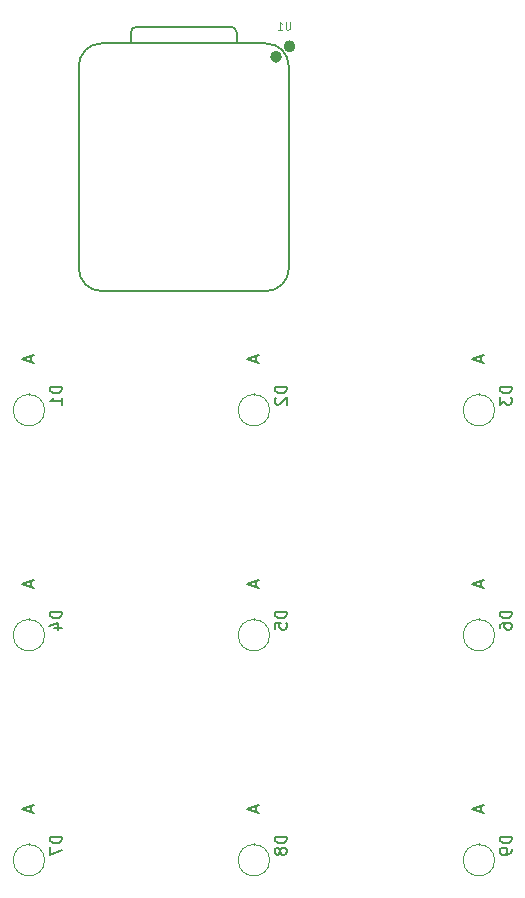
<source format=gbr>
%TF.GenerationSoftware,KiCad,Pcbnew,9.0.2*%
%TF.CreationDate,2025-06-03T16:25:14-04:00*%
%TF.ProjectId,HackpadAllan,4861636b-7061-4644-916c-6c616e2e6b69,rev?*%
%TF.SameCoordinates,Original*%
%TF.FileFunction,Legend,Bot*%
%TF.FilePolarity,Positive*%
%FSLAX46Y46*%
G04 Gerber Fmt 4.6, Leading zero omitted, Abs format (unit mm)*
G04 Created by KiCad (PCBNEW 9.0.2) date 2025-06-03 16:25:14*
%MOMM*%
%LPD*%
G01*
G04 APERTURE LIST*
%ADD10C,0.150000*%
%ADD11C,0.101600*%
%ADD12C,0.120000*%
%ADD13C,0.127000*%
%ADD14C,0.100000*%
%ADD15C,0.504000*%
G04 APERTURE END LIST*
D10*
X143256190Y-124091905D02*
X142256190Y-124091905D01*
X142256190Y-124091905D02*
X142256190Y-124330000D01*
X142256190Y-124330000D02*
X142303809Y-124472857D01*
X142303809Y-124472857D02*
X142399047Y-124568095D01*
X142399047Y-124568095D02*
X142494285Y-124615714D01*
X142494285Y-124615714D02*
X142684761Y-124663333D01*
X142684761Y-124663333D02*
X142827618Y-124663333D01*
X142827618Y-124663333D02*
X143018094Y-124615714D01*
X143018094Y-124615714D02*
X143113332Y-124568095D01*
X143113332Y-124568095D02*
X143208571Y-124472857D01*
X143208571Y-124472857D02*
X143256190Y-124330000D01*
X143256190Y-124330000D02*
X143256190Y-124091905D01*
X142256190Y-124996667D02*
X142256190Y-125663333D01*
X142256190Y-125663333D02*
X143256190Y-125234762D01*
X140644104Y-121521905D02*
X140644104Y-121998095D01*
X140929819Y-121426667D02*
X139929819Y-121760000D01*
X139929819Y-121760000D02*
X140929819Y-122093333D01*
X181356190Y-85991905D02*
X180356190Y-85991905D01*
X180356190Y-85991905D02*
X180356190Y-86230000D01*
X180356190Y-86230000D02*
X180403809Y-86372857D01*
X180403809Y-86372857D02*
X180499047Y-86468095D01*
X180499047Y-86468095D02*
X180594285Y-86515714D01*
X180594285Y-86515714D02*
X180784761Y-86563333D01*
X180784761Y-86563333D02*
X180927618Y-86563333D01*
X180927618Y-86563333D02*
X181118094Y-86515714D01*
X181118094Y-86515714D02*
X181213332Y-86468095D01*
X181213332Y-86468095D02*
X181308571Y-86372857D01*
X181308571Y-86372857D02*
X181356190Y-86230000D01*
X181356190Y-86230000D02*
X181356190Y-85991905D01*
X180356190Y-86896667D02*
X180356190Y-87515714D01*
X180356190Y-87515714D02*
X180737142Y-87182381D01*
X180737142Y-87182381D02*
X180737142Y-87325238D01*
X180737142Y-87325238D02*
X180784761Y-87420476D01*
X180784761Y-87420476D02*
X180832380Y-87468095D01*
X180832380Y-87468095D02*
X180927618Y-87515714D01*
X180927618Y-87515714D02*
X181165713Y-87515714D01*
X181165713Y-87515714D02*
X181260951Y-87468095D01*
X181260951Y-87468095D02*
X181308571Y-87420476D01*
X181308571Y-87420476D02*
X181356190Y-87325238D01*
X181356190Y-87325238D02*
X181356190Y-87039524D01*
X181356190Y-87039524D02*
X181308571Y-86944286D01*
X181308571Y-86944286D02*
X181260951Y-86896667D01*
X178744104Y-83421905D02*
X178744104Y-83898095D01*
X179029819Y-83326667D02*
X178029819Y-83660000D01*
X178029819Y-83660000D02*
X179029819Y-83993333D01*
X143256190Y-105041905D02*
X142256190Y-105041905D01*
X142256190Y-105041905D02*
X142256190Y-105280000D01*
X142256190Y-105280000D02*
X142303809Y-105422857D01*
X142303809Y-105422857D02*
X142399047Y-105518095D01*
X142399047Y-105518095D02*
X142494285Y-105565714D01*
X142494285Y-105565714D02*
X142684761Y-105613333D01*
X142684761Y-105613333D02*
X142827618Y-105613333D01*
X142827618Y-105613333D02*
X143018094Y-105565714D01*
X143018094Y-105565714D02*
X143113332Y-105518095D01*
X143113332Y-105518095D02*
X143208571Y-105422857D01*
X143208571Y-105422857D02*
X143256190Y-105280000D01*
X143256190Y-105280000D02*
X143256190Y-105041905D01*
X142589523Y-106470476D02*
X143256190Y-106470476D01*
X142208571Y-106232381D02*
X142922856Y-105994286D01*
X142922856Y-105994286D02*
X142922856Y-106613333D01*
X140644104Y-102471905D02*
X140644104Y-102948095D01*
X140929819Y-102376667D02*
X139929819Y-102710000D01*
X139929819Y-102710000D02*
X140929819Y-103043333D01*
X162306190Y-105041905D02*
X161306190Y-105041905D01*
X161306190Y-105041905D02*
X161306190Y-105280000D01*
X161306190Y-105280000D02*
X161353809Y-105422857D01*
X161353809Y-105422857D02*
X161449047Y-105518095D01*
X161449047Y-105518095D02*
X161544285Y-105565714D01*
X161544285Y-105565714D02*
X161734761Y-105613333D01*
X161734761Y-105613333D02*
X161877618Y-105613333D01*
X161877618Y-105613333D02*
X162068094Y-105565714D01*
X162068094Y-105565714D02*
X162163332Y-105518095D01*
X162163332Y-105518095D02*
X162258571Y-105422857D01*
X162258571Y-105422857D02*
X162306190Y-105280000D01*
X162306190Y-105280000D02*
X162306190Y-105041905D01*
X161306190Y-106518095D02*
X161306190Y-106041905D01*
X161306190Y-106041905D02*
X161782380Y-105994286D01*
X161782380Y-105994286D02*
X161734761Y-106041905D01*
X161734761Y-106041905D02*
X161687142Y-106137143D01*
X161687142Y-106137143D02*
X161687142Y-106375238D01*
X161687142Y-106375238D02*
X161734761Y-106470476D01*
X161734761Y-106470476D02*
X161782380Y-106518095D01*
X161782380Y-106518095D02*
X161877618Y-106565714D01*
X161877618Y-106565714D02*
X162115713Y-106565714D01*
X162115713Y-106565714D02*
X162210951Y-106518095D01*
X162210951Y-106518095D02*
X162258571Y-106470476D01*
X162258571Y-106470476D02*
X162306190Y-106375238D01*
X162306190Y-106375238D02*
X162306190Y-106137143D01*
X162306190Y-106137143D02*
X162258571Y-106041905D01*
X162258571Y-106041905D02*
X162210951Y-105994286D01*
X159694104Y-102471905D02*
X159694104Y-102948095D01*
X159979819Y-102376667D02*
X158979819Y-102710000D01*
X158979819Y-102710000D02*
X159979819Y-103043333D01*
X181356190Y-124091905D02*
X180356190Y-124091905D01*
X180356190Y-124091905D02*
X180356190Y-124330000D01*
X180356190Y-124330000D02*
X180403809Y-124472857D01*
X180403809Y-124472857D02*
X180499047Y-124568095D01*
X180499047Y-124568095D02*
X180594285Y-124615714D01*
X180594285Y-124615714D02*
X180784761Y-124663333D01*
X180784761Y-124663333D02*
X180927618Y-124663333D01*
X180927618Y-124663333D02*
X181118094Y-124615714D01*
X181118094Y-124615714D02*
X181213332Y-124568095D01*
X181213332Y-124568095D02*
X181308571Y-124472857D01*
X181308571Y-124472857D02*
X181356190Y-124330000D01*
X181356190Y-124330000D02*
X181356190Y-124091905D01*
X181356190Y-125139524D02*
X181356190Y-125330000D01*
X181356190Y-125330000D02*
X181308571Y-125425238D01*
X181308571Y-125425238D02*
X181260951Y-125472857D01*
X181260951Y-125472857D02*
X181118094Y-125568095D01*
X181118094Y-125568095D02*
X180927618Y-125615714D01*
X180927618Y-125615714D02*
X180546666Y-125615714D01*
X180546666Y-125615714D02*
X180451428Y-125568095D01*
X180451428Y-125568095D02*
X180403809Y-125520476D01*
X180403809Y-125520476D02*
X180356190Y-125425238D01*
X180356190Y-125425238D02*
X180356190Y-125234762D01*
X180356190Y-125234762D02*
X180403809Y-125139524D01*
X180403809Y-125139524D02*
X180451428Y-125091905D01*
X180451428Y-125091905D02*
X180546666Y-125044286D01*
X180546666Y-125044286D02*
X180784761Y-125044286D01*
X180784761Y-125044286D02*
X180879999Y-125091905D01*
X180879999Y-125091905D02*
X180927618Y-125139524D01*
X180927618Y-125139524D02*
X180975237Y-125234762D01*
X180975237Y-125234762D02*
X180975237Y-125425238D01*
X180975237Y-125425238D02*
X180927618Y-125520476D01*
X180927618Y-125520476D02*
X180879999Y-125568095D01*
X180879999Y-125568095D02*
X180784761Y-125615714D01*
X178744104Y-121521905D02*
X178744104Y-121998095D01*
X179029819Y-121426667D02*
X178029819Y-121760000D01*
X178029819Y-121760000D02*
X179029819Y-122093333D01*
X162306190Y-124091905D02*
X161306190Y-124091905D01*
X161306190Y-124091905D02*
X161306190Y-124330000D01*
X161306190Y-124330000D02*
X161353809Y-124472857D01*
X161353809Y-124472857D02*
X161449047Y-124568095D01*
X161449047Y-124568095D02*
X161544285Y-124615714D01*
X161544285Y-124615714D02*
X161734761Y-124663333D01*
X161734761Y-124663333D02*
X161877618Y-124663333D01*
X161877618Y-124663333D02*
X162068094Y-124615714D01*
X162068094Y-124615714D02*
X162163332Y-124568095D01*
X162163332Y-124568095D02*
X162258571Y-124472857D01*
X162258571Y-124472857D02*
X162306190Y-124330000D01*
X162306190Y-124330000D02*
X162306190Y-124091905D01*
X161734761Y-125234762D02*
X161687142Y-125139524D01*
X161687142Y-125139524D02*
X161639523Y-125091905D01*
X161639523Y-125091905D02*
X161544285Y-125044286D01*
X161544285Y-125044286D02*
X161496666Y-125044286D01*
X161496666Y-125044286D02*
X161401428Y-125091905D01*
X161401428Y-125091905D02*
X161353809Y-125139524D01*
X161353809Y-125139524D02*
X161306190Y-125234762D01*
X161306190Y-125234762D02*
X161306190Y-125425238D01*
X161306190Y-125425238D02*
X161353809Y-125520476D01*
X161353809Y-125520476D02*
X161401428Y-125568095D01*
X161401428Y-125568095D02*
X161496666Y-125615714D01*
X161496666Y-125615714D02*
X161544285Y-125615714D01*
X161544285Y-125615714D02*
X161639523Y-125568095D01*
X161639523Y-125568095D02*
X161687142Y-125520476D01*
X161687142Y-125520476D02*
X161734761Y-125425238D01*
X161734761Y-125425238D02*
X161734761Y-125234762D01*
X161734761Y-125234762D02*
X161782380Y-125139524D01*
X161782380Y-125139524D02*
X161829999Y-125091905D01*
X161829999Y-125091905D02*
X161925237Y-125044286D01*
X161925237Y-125044286D02*
X162115713Y-125044286D01*
X162115713Y-125044286D02*
X162210951Y-125091905D01*
X162210951Y-125091905D02*
X162258571Y-125139524D01*
X162258571Y-125139524D02*
X162306190Y-125234762D01*
X162306190Y-125234762D02*
X162306190Y-125425238D01*
X162306190Y-125425238D02*
X162258571Y-125520476D01*
X162258571Y-125520476D02*
X162210951Y-125568095D01*
X162210951Y-125568095D02*
X162115713Y-125615714D01*
X162115713Y-125615714D02*
X161925237Y-125615714D01*
X161925237Y-125615714D02*
X161829999Y-125568095D01*
X161829999Y-125568095D02*
X161782380Y-125520476D01*
X161782380Y-125520476D02*
X161734761Y-125425238D01*
X159694104Y-121521905D02*
X159694104Y-121998095D01*
X159979819Y-121426667D02*
X158979819Y-121760000D01*
X158979819Y-121760000D02*
X159979819Y-122093333D01*
X143256190Y-85991905D02*
X142256190Y-85991905D01*
X142256190Y-85991905D02*
X142256190Y-86230000D01*
X142256190Y-86230000D02*
X142303809Y-86372857D01*
X142303809Y-86372857D02*
X142399047Y-86468095D01*
X142399047Y-86468095D02*
X142494285Y-86515714D01*
X142494285Y-86515714D02*
X142684761Y-86563333D01*
X142684761Y-86563333D02*
X142827618Y-86563333D01*
X142827618Y-86563333D02*
X143018094Y-86515714D01*
X143018094Y-86515714D02*
X143113332Y-86468095D01*
X143113332Y-86468095D02*
X143208571Y-86372857D01*
X143208571Y-86372857D02*
X143256190Y-86230000D01*
X143256190Y-86230000D02*
X143256190Y-85991905D01*
X143256190Y-87515714D02*
X143256190Y-86944286D01*
X143256190Y-87230000D02*
X142256190Y-87230000D01*
X142256190Y-87230000D02*
X142399047Y-87134762D01*
X142399047Y-87134762D02*
X142494285Y-87039524D01*
X142494285Y-87039524D02*
X142541904Y-86944286D01*
X140644104Y-83421905D02*
X140644104Y-83898095D01*
X140929819Y-83326667D02*
X139929819Y-83660000D01*
X139929819Y-83660000D02*
X140929819Y-83993333D01*
D11*
X162573809Y-55141979D02*
X162573809Y-55656026D01*
X162573809Y-55656026D02*
X162543571Y-55716502D01*
X162543571Y-55716502D02*
X162513333Y-55746741D01*
X162513333Y-55746741D02*
X162452857Y-55776979D01*
X162452857Y-55776979D02*
X162331904Y-55776979D01*
X162331904Y-55776979D02*
X162271428Y-55746741D01*
X162271428Y-55746741D02*
X162241190Y-55716502D01*
X162241190Y-55716502D02*
X162210952Y-55656026D01*
X162210952Y-55656026D02*
X162210952Y-55141979D01*
X161575952Y-55776979D02*
X161938809Y-55776979D01*
X161757381Y-55776979D02*
X161757381Y-55141979D01*
X161757381Y-55141979D02*
X161817857Y-55232693D01*
X161817857Y-55232693D02*
X161878333Y-55293169D01*
X161878333Y-55293169D02*
X161938809Y-55323407D01*
D10*
X162306190Y-85991905D02*
X161306190Y-85991905D01*
X161306190Y-85991905D02*
X161306190Y-86230000D01*
X161306190Y-86230000D02*
X161353809Y-86372857D01*
X161353809Y-86372857D02*
X161449047Y-86468095D01*
X161449047Y-86468095D02*
X161544285Y-86515714D01*
X161544285Y-86515714D02*
X161734761Y-86563333D01*
X161734761Y-86563333D02*
X161877618Y-86563333D01*
X161877618Y-86563333D02*
X162068094Y-86515714D01*
X162068094Y-86515714D02*
X162163332Y-86468095D01*
X162163332Y-86468095D02*
X162258571Y-86372857D01*
X162258571Y-86372857D02*
X162306190Y-86230000D01*
X162306190Y-86230000D02*
X162306190Y-85991905D01*
X161401428Y-86944286D02*
X161353809Y-86991905D01*
X161353809Y-86991905D02*
X161306190Y-87087143D01*
X161306190Y-87087143D02*
X161306190Y-87325238D01*
X161306190Y-87325238D02*
X161353809Y-87420476D01*
X161353809Y-87420476D02*
X161401428Y-87468095D01*
X161401428Y-87468095D02*
X161496666Y-87515714D01*
X161496666Y-87515714D02*
X161591904Y-87515714D01*
X161591904Y-87515714D02*
X161734761Y-87468095D01*
X161734761Y-87468095D02*
X162306190Y-86896667D01*
X162306190Y-86896667D02*
X162306190Y-87515714D01*
X159694104Y-83421905D02*
X159694104Y-83898095D01*
X159979819Y-83326667D02*
X158979819Y-83660000D01*
X158979819Y-83660000D02*
X159979819Y-83993333D01*
X181356190Y-105041905D02*
X180356190Y-105041905D01*
X180356190Y-105041905D02*
X180356190Y-105280000D01*
X180356190Y-105280000D02*
X180403809Y-105422857D01*
X180403809Y-105422857D02*
X180499047Y-105518095D01*
X180499047Y-105518095D02*
X180594285Y-105565714D01*
X180594285Y-105565714D02*
X180784761Y-105613333D01*
X180784761Y-105613333D02*
X180927618Y-105613333D01*
X180927618Y-105613333D02*
X181118094Y-105565714D01*
X181118094Y-105565714D02*
X181213332Y-105518095D01*
X181213332Y-105518095D02*
X181308571Y-105422857D01*
X181308571Y-105422857D02*
X181356190Y-105280000D01*
X181356190Y-105280000D02*
X181356190Y-105041905D01*
X180356190Y-106470476D02*
X180356190Y-106280000D01*
X180356190Y-106280000D02*
X180403809Y-106184762D01*
X180403809Y-106184762D02*
X180451428Y-106137143D01*
X180451428Y-106137143D02*
X180594285Y-106041905D01*
X180594285Y-106041905D02*
X180784761Y-105994286D01*
X180784761Y-105994286D02*
X181165713Y-105994286D01*
X181165713Y-105994286D02*
X181260951Y-106041905D01*
X181260951Y-106041905D02*
X181308571Y-106089524D01*
X181308571Y-106089524D02*
X181356190Y-106184762D01*
X181356190Y-106184762D02*
X181356190Y-106375238D01*
X181356190Y-106375238D02*
X181308571Y-106470476D01*
X181308571Y-106470476D02*
X181260951Y-106518095D01*
X181260951Y-106518095D02*
X181165713Y-106565714D01*
X181165713Y-106565714D02*
X180927618Y-106565714D01*
X180927618Y-106565714D02*
X180832380Y-106518095D01*
X180832380Y-106518095D02*
X180784761Y-106470476D01*
X180784761Y-106470476D02*
X180737142Y-106375238D01*
X180737142Y-106375238D02*
X180737142Y-106184762D01*
X180737142Y-106184762D02*
X180784761Y-106089524D01*
X180784761Y-106089524D02*
X180832380Y-106041905D01*
X180832380Y-106041905D02*
X180927618Y-105994286D01*
X178744104Y-102471905D02*
X178744104Y-102948095D01*
X179029819Y-102376667D02*
X178029819Y-102710000D01*
X178029819Y-102710000D02*
X179029819Y-103043333D01*
D12*
%TO.C,D7*%
X140475000Y-124773629D02*
X140475000Y-124660000D01*
X141801371Y-126100000D02*
G75*
G02*
X139148629Y-126100000I-1326371J0D01*
G01*
X139148629Y-126100000D02*
G75*
G02*
X141801371Y-126100000I1326371J0D01*
G01*
%TO.C,D3*%
X178575000Y-86673629D02*
X178575000Y-86560000D01*
X179901371Y-88000000D02*
G75*
G02*
X177248629Y-88000000I-1326371J0D01*
G01*
X177248629Y-88000000D02*
G75*
G02*
X179901371Y-88000000I1326371J0D01*
G01*
%TO.C,D4*%
X140475000Y-105723629D02*
X140475000Y-105610000D01*
X141801371Y-107050000D02*
G75*
G02*
X139148629Y-107050000I-1326371J0D01*
G01*
X139148629Y-107050000D02*
G75*
G02*
X141801371Y-107050000I1326371J0D01*
G01*
%TO.C,D5*%
X159525000Y-105723629D02*
X159525000Y-105610000D01*
X160851371Y-107050000D02*
G75*
G02*
X158198629Y-107050000I-1326371J0D01*
G01*
X158198629Y-107050000D02*
G75*
G02*
X160851371Y-107050000I1326371J0D01*
G01*
%TO.C,D9*%
X178575000Y-124773629D02*
X178575000Y-124660000D01*
X179901371Y-126100000D02*
G75*
G02*
X177248629Y-126100000I-1326371J0D01*
G01*
X177248629Y-126100000D02*
G75*
G02*
X179901371Y-126100000I1326371J0D01*
G01*
%TO.C,D8*%
X159525000Y-124773629D02*
X159525000Y-124660000D01*
X160851371Y-126100000D02*
G75*
G02*
X158198629Y-126100000I-1326371J0D01*
G01*
X158198629Y-126100000D02*
G75*
G02*
X160851371Y-126100000I1326371J0D01*
G01*
%TO.C,D1*%
X140475000Y-86673629D02*
X140475000Y-86560000D01*
X141801371Y-88000000D02*
G75*
G02*
X139148629Y-88000000I-1326371J0D01*
G01*
X139148629Y-88000000D02*
G75*
G02*
X141801371Y-88000000I1326371J0D01*
G01*
D13*
%TO.C,U1*%
X144700000Y-75997500D02*
X144700000Y-58852500D01*
D14*
X146605000Y-56947500D02*
X160575000Y-56947500D01*
D13*
X146605000Y-56947500D02*
X160575000Y-56947500D01*
X149086000Y-56037500D02*
X149086000Y-56947500D01*
X157581272Y-55537500D02*
X149586000Y-55537500D01*
X158085000Y-56947500D02*
X158081272Y-56037228D01*
X160575000Y-77902500D02*
X146605000Y-77902500D01*
X162480000Y-75997500D02*
X162480000Y-58852500D01*
X144700000Y-58852500D02*
G75*
G02*
X146605000Y-56947500I1905000J0D01*
G01*
X146605000Y-77902500D02*
G75*
G02*
X144700000Y-75997500I0J1905000D01*
G01*
X149086000Y-56037500D02*
G75*
G02*
X149586000Y-55537500I500000J0D01*
G01*
X157581272Y-55537500D02*
G75*
G02*
X158081273Y-56037228I-18J-500019D01*
G01*
X160575000Y-56947500D02*
G75*
G02*
X162480000Y-58852500I-1J-1905001D01*
G01*
X162480000Y-75997500D02*
G75*
G02*
X160575000Y-77902500I-1905001J1D01*
G01*
D15*
X161649000Y-58068500D02*
G75*
G02*
X161145000Y-58068500I-252000J0D01*
G01*
X161145000Y-58068500D02*
G75*
G02*
X161649000Y-58068500I252000J0D01*
G01*
X162792000Y-57188500D02*
G75*
G02*
X162288000Y-57188500I-252000J0D01*
G01*
X162288000Y-57188500D02*
G75*
G02*
X162792000Y-57188500I252000J0D01*
G01*
D12*
%TO.C,D2*%
X159525000Y-86673629D02*
X159525000Y-86560000D01*
X160851371Y-88000000D02*
G75*
G02*
X158198629Y-88000000I-1326371J0D01*
G01*
X158198629Y-88000000D02*
G75*
G02*
X160851371Y-88000000I1326371J0D01*
G01*
%TO.C,D6*%
X178575000Y-105723629D02*
X178575000Y-105610000D01*
X179901371Y-107050000D02*
G75*
G02*
X177248629Y-107050000I-1326371J0D01*
G01*
X177248629Y-107050000D02*
G75*
G02*
X179901371Y-107050000I1326371J0D01*
G01*
%TD*%
M02*

</source>
